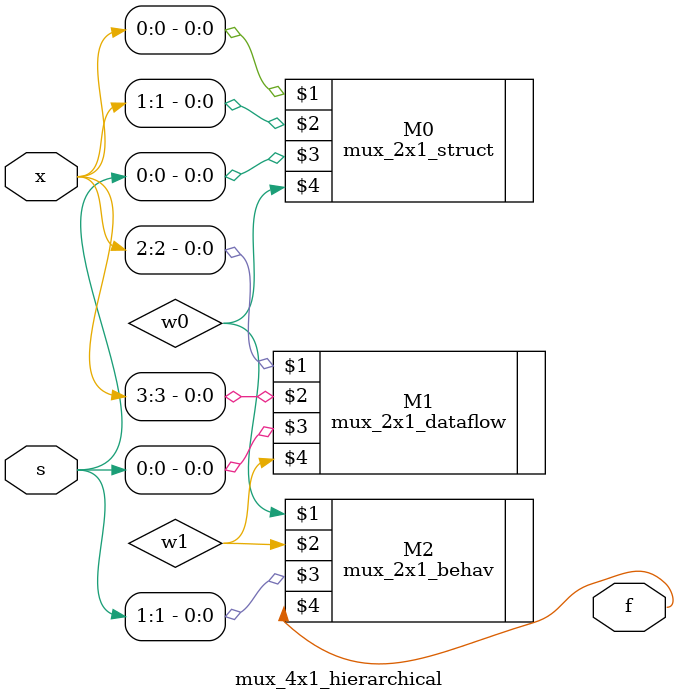
<source format=v>
`timescale 1ns / 1ps


module mux_4x1_hierarchical(
    input [3:0] x,
    input [1:0] s,
    output f
    );

    wire w0, w1;

    // Hierarchical verilog code using different sub modules
    mux_2x1_struct      M0(x[0], x[1], s[0], w0);
    mux_2x1_dataflow    M1(x[2], x[3], s[0], w1);
    mux_2x1_behav       M2(w0, w1, s[1], f);

endmodule
</source>
